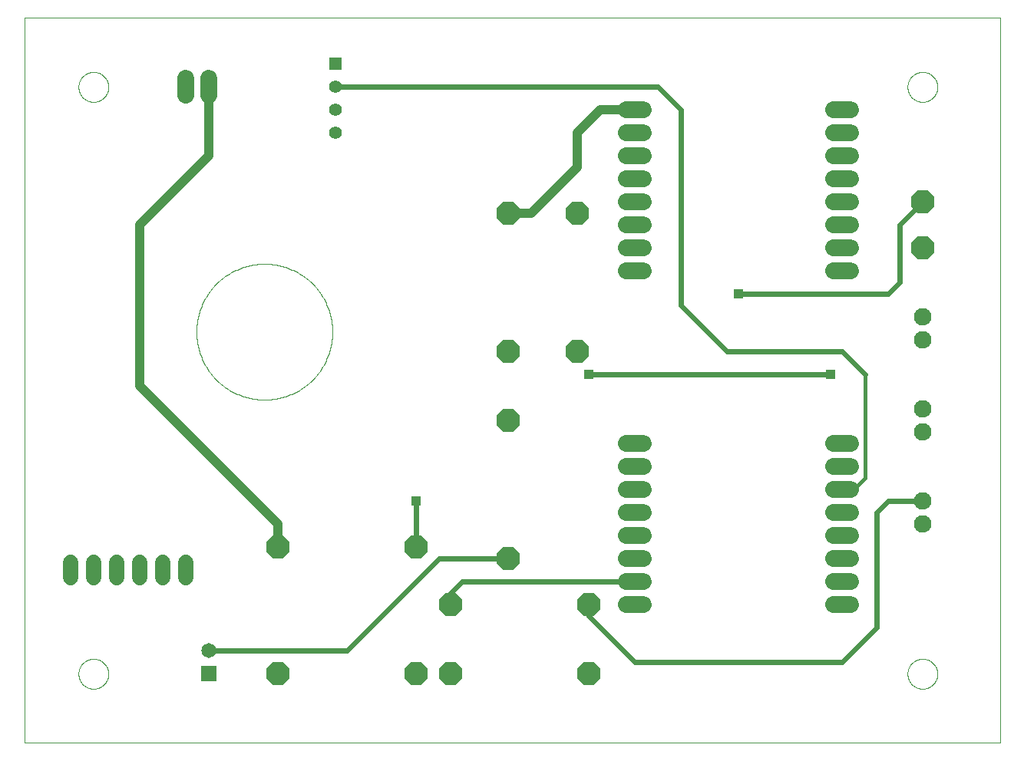
<source format=gtl>
G75*
%MOIN*%
%OFA0B0*%
%FSLAX25Y25*%
%IPPOS*%
%LPD*%
%AMOC8*
5,1,8,0,0,1.08239X$1,22.5*
%
%ADD10C,0.00000*%
%ADD11OC8,0.10000*%
%ADD12R,0.05550X0.05550*%
%ADD13C,0.05550*%
%ADD14C,0.06731*%
%ADD15C,0.07200*%
%ADD16C,0.07600*%
%ADD17C,0.07400*%
%ADD18C,0.06500*%
%ADD19R,0.06500X0.06500*%
%ADD20C,0.02400*%
%ADD21R,0.04362X0.04362*%
%ADD22C,0.04000*%
%ADD23C,0.01600*%
D10*
X0001800Y0001800D02*
X0001800Y0316761D01*
X0425501Y0316761D01*
X0425501Y0001800D01*
X0001800Y0001800D01*
X0025304Y0031800D02*
X0025306Y0031961D01*
X0025312Y0032121D01*
X0025322Y0032282D01*
X0025336Y0032442D01*
X0025354Y0032601D01*
X0025375Y0032761D01*
X0025401Y0032919D01*
X0025431Y0033077D01*
X0025464Y0033234D01*
X0025502Y0033391D01*
X0025543Y0033546D01*
X0025588Y0033700D01*
X0025637Y0033853D01*
X0025690Y0034005D01*
X0025746Y0034155D01*
X0025806Y0034304D01*
X0025870Y0034452D01*
X0025937Y0034598D01*
X0026008Y0034742D01*
X0026083Y0034884D01*
X0026161Y0035025D01*
X0026242Y0035163D01*
X0026327Y0035300D01*
X0026416Y0035434D01*
X0026507Y0035566D01*
X0026602Y0035696D01*
X0026700Y0035823D01*
X0026801Y0035948D01*
X0026905Y0036071D01*
X0027012Y0036190D01*
X0027122Y0036307D01*
X0027235Y0036422D01*
X0027351Y0036533D01*
X0027469Y0036642D01*
X0027590Y0036747D01*
X0027714Y0036850D01*
X0027840Y0036950D01*
X0027969Y0037046D01*
X0028100Y0037139D01*
X0028233Y0037229D01*
X0028368Y0037316D01*
X0028506Y0037399D01*
X0028645Y0037478D01*
X0028787Y0037555D01*
X0028930Y0037628D01*
X0029075Y0037697D01*
X0029222Y0037762D01*
X0029370Y0037824D01*
X0029520Y0037883D01*
X0029671Y0037937D01*
X0029823Y0037988D01*
X0029977Y0038035D01*
X0030132Y0038078D01*
X0030287Y0038117D01*
X0030444Y0038153D01*
X0030602Y0038185D01*
X0030760Y0038212D01*
X0030919Y0038236D01*
X0031078Y0038256D01*
X0031238Y0038272D01*
X0031399Y0038284D01*
X0031559Y0038292D01*
X0031720Y0038296D01*
X0031880Y0038296D01*
X0032041Y0038292D01*
X0032201Y0038284D01*
X0032362Y0038272D01*
X0032522Y0038256D01*
X0032681Y0038236D01*
X0032840Y0038212D01*
X0032998Y0038185D01*
X0033156Y0038153D01*
X0033313Y0038117D01*
X0033468Y0038078D01*
X0033623Y0038035D01*
X0033777Y0037988D01*
X0033929Y0037937D01*
X0034080Y0037883D01*
X0034230Y0037824D01*
X0034378Y0037762D01*
X0034525Y0037697D01*
X0034670Y0037628D01*
X0034813Y0037555D01*
X0034955Y0037478D01*
X0035094Y0037399D01*
X0035232Y0037316D01*
X0035367Y0037229D01*
X0035500Y0037139D01*
X0035631Y0037046D01*
X0035760Y0036950D01*
X0035886Y0036850D01*
X0036010Y0036747D01*
X0036131Y0036642D01*
X0036249Y0036533D01*
X0036365Y0036422D01*
X0036478Y0036307D01*
X0036588Y0036190D01*
X0036695Y0036071D01*
X0036799Y0035948D01*
X0036900Y0035823D01*
X0036998Y0035696D01*
X0037093Y0035566D01*
X0037184Y0035434D01*
X0037273Y0035300D01*
X0037358Y0035163D01*
X0037439Y0035025D01*
X0037517Y0034884D01*
X0037592Y0034742D01*
X0037663Y0034598D01*
X0037730Y0034452D01*
X0037794Y0034304D01*
X0037854Y0034155D01*
X0037910Y0034005D01*
X0037963Y0033853D01*
X0038012Y0033700D01*
X0038057Y0033546D01*
X0038098Y0033391D01*
X0038136Y0033234D01*
X0038169Y0033077D01*
X0038199Y0032919D01*
X0038225Y0032761D01*
X0038246Y0032601D01*
X0038264Y0032442D01*
X0038278Y0032282D01*
X0038288Y0032121D01*
X0038294Y0031961D01*
X0038296Y0031800D01*
X0038294Y0031639D01*
X0038288Y0031479D01*
X0038278Y0031318D01*
X0038264Y0031158D01*
X0038246Y0030999D01*
X0038225Y0030839D01*
X0038199Y0030681D01*
X0038169Y0030523D01*
X0038136Y0030366D01*
X0038098Y0030209D01*
X0038057Y0030054D01*
X0038012Y0029900D01*
X0037963Y0029747D01*
X0037910Y0029595D01*
X0037854Y0029445D01*
X0037794Y0029296D01*
X0037730Y0029148D01*
X0037663Y0029002D01*
X0037592Y0028858D01*
X0037517Y0028716D01*
X0037439Y0028575D01*
X0037358Y0028437D01*
X0037273Y0028300D01*
X0037184Y0028166D01*
X0037093Y0028034D01*
X0036998Y0027904D01*
X0036900Y0027777D01*
X0036799Y0027652D01*
X0036695Y0027529D01*
X0036588Y0027410D01*
X0036478Y0027293D01*
X0036365Y0027178D01*
X0036249Y0027067D01*
X0036131Y0026958D01*
X0036010Y0026853D01*
X0035886Y0026750D01*
X0035760Y0026650D01*
X0035631Y0026554D01*
X0035500Y0026461D01*
X0035367Y0026371D01*
X0035232Y0026284D01*
X0035094Y0026201D01*
X0034955Y0026122D01*
X0034813Y0026045D01*
X0034670Y0025972D01*
X0034525Y0025903D01*
X0034378Y0025838D01*
X0034230Y0025776D01*
X0034080Y0025717D01*
X0033929Y0025663D01*
X0033777Y0025612D01*
X0033623Y0025565D01*
X0033468Y0025522D01*
X0033313Y0025483D01*
X0033156Y0025447D01*
X0032998Y0025415D01*
X0032840Y0025388D01*
X0032681Y0025364D01*
X0032522Y0025344D01*
X0032362Y0025328D01*
X0032201Y0025316D01*
X0032041Y0025308D01*
X0031880Y0025304D01*
X0031720Y0025304D01*
X0031559Y0025308D01*
X0031399Y0025316D01*
X0031238Y0025328D01*
X0031078Y0025344D01*
X0030919Y0025364D01*
X0030760Y0025388D01*
X0030602Y0025415D01*
X0030444Y0025447D01*
X0030287Y0025483D01*
X0030132Y0025522D01*
X0029977Y0025565D01*
X0029823Y0025612D01*
X0029671Y0025663D01*
X0029520Y0025717D01*
X0029370Y0025776D01*
X0029222Y0025838D01*
X0029075Y0025903D01*
X0028930Y0025972D01*
X0028787Y0026045D01*
X0028645Y0026122D01*
X0028506Y0026201D01*
X0028368Y0026284D01*
X0028233Y0026371D01*
X0028100Y0026461D01*
X0027969Y0026554D01*
X0027840Y0026650D01*
X0027714Y0026750D01*
X0027590Y0026853D01*
X0027469Y0026958D01*
X0027351Y0027067D01*
X0027235Y0027178D01*
X0027122Y0027293D01*
X0027012Y0027410D01*
X0026905Y0027529D01*
X0026801Y0027652D01*
X0026700Y0027777D01*
X0026602Y0027904D01*
X0026507Y0028034D01*
X0026416Y0028166D01*
X0026327Y0028300D01*
X0026242Y0028437D01*
X0026161Y0028575D01*
X0026083Y0028716D01*
X0026008Y0028858D01*
X0025937Y0029002D01*
X0025870Y0029148D01*
X0025806Y0029296D01*
X0025746Y0029445D01*
X0025690Y0029595D01*
X0025637Y0029747D01*
X0025588Y0029900D01*
X0025543Y0030054D01*
X0025502Y0030209D01*
X0025464Y0030366D01*
X0025431Y0030523D01*
X0025401Y0030681D01*
X0025375Y0030839D01*
X0025354Y0030999D01*
X0025336Y0031158D01*
X0025322Y0031318D01*
X0025312Y0031479D01*
X0025306Y0031639D01*
X0025304Y0031800D01*
X0076505Y0180416D02*
X0076514Y0181141D01*
X0076541Y0181865D01*
X0076585Y0182588D01*
X0076647Y0183310D01*
X0076727Y0184031D01*
X0076825Y0184749D01*
X0076940Y0185464D01*
X0077072Y0186177D01*
X0077222Y0186886D01*
X0077390Y0187591D01*
X0077575Y0188291D01*
X0077776Y0188988D01*
X0077995Y0189678D01*
X0078231Y0190364D01*
X0078484Y0191043D01*
X0078753Y0191716D01*
X0079038Y0192382D01*
X0079340Y0193041D01*
X0079658Y0193692D01*
X0079992Y0194335D01*
X0080341Y0194970D01*
X0080706Y0195596D01*
X0081086Y0196213D01*
X0081481Y0196821D01*
X0081891Y0197418D01*
X0082316Y0198006D01*
X0082755Y0198583D01*
X0083208Y0199148D01*
X0083674Y0199703D01*
X0084154Y0200246D01*
X0084647Y0200777D01*
X0085154Y0201295D01*
X0085672Y0201802D01*
X0086203Y0202295D01*
X0086746Y0202775D01*
X0087301Y0203241D01*
X0087866Y0203694D01*
X0088443Y0204133D01*
X0089031Y0204558D01*
X0089628Y0204968D01*
X0090236Y0205363D01*
X0090853Y0205743D01*
X0091479Y0206108D01*
X0092114Y0206457D01*
X0092757Y0206791D01*
X0093408Y0207109D01*
X0094067Y0207411D01*
X0094733Y0207696D01*
X0095406Y0207965D01*
X0096085Y0208218D01*
X0096771Y0208454D01*
X0097461Y0208673D01*
X0098158Y0208874D01*
X0098858Y0209059D01*
X0099563Y0209227D01*
X0100272Y0209377D01*
X0100985Y0209509D01*
X0101700Y0209624D01*
X0102418Y0209722D01*
X0103139Y0209802D01*
X0103861Y0209864D01*
X0104584Y0209908D01*
X0105308Y0209935D01*
X0106033Y0209944D01*
X0106758Y0209935D01*
X0107482Y0209908D01*
X0108205Y0209864D01*
X0108927Y0209802D01*
X0109648Y0209722D01*
X0110366Y0209624D01*
X0111081Y0209509D01*
X0111794Y0209377D01*
X0112503Y0209227D01*
X0113208Y0209059D01*
X0113908Y0208874D01*
X0114605Y0208673D01*
X0115295Y0208454D01*
X0115981Y0208218D01*
X0116660Y0207965D01*
X0117333Y0207696D01*
X0117999Y0207411D01*
X0118658Y0207109D01*
X0119309Y0206791D01*
X0119952Y0206457D01*
X0120587Y0206108D01*
X0121213Y0205743D01*
X0121830Y0205363D01*
X0122438Y0204968D01*
X0123035Y0204558D01*
X0123623Y0204133D01*
X0124200Y0203694D01*
X0124765Y0203241D01*
X0125320Y0202775D01*
X0125863Y0202295D01*
X0126394Y0201802D01*
X0126912Y0201295D01*
X0127419Y0200777D01*
X0127912Y0200246D01*
X0128392Y0199703D01*
X0128858Y0199148D01*
X0129311Y0198583D01*
X0129750Y0198006D01*
X0130175Y0197418D01*
X0130585Y0196821D01*
X0130980Y0196213D01*
X0131360Y0195596D01*
X0131725Y0194970D01*
X0132074Y0194335D01*
X0132408Y0193692D01*
X0132726Y0193041D01*
X0133028Y0192382D01*
X0133313Y0191716D01*
X0133582Y0191043D01*
X0133835Y0190364D01*
X0134071Y0189678D01*
X0134290Y0188988D01*
X0134491Y0188291D01*
X0134676Y0187591D01*
X0134844Y0186886D01*
X0134994Y0186177D01*
X0135126Y0185464D01*
X0135241Y0184749D01*
X0135339Y0184031D01*
X0135419Y0183310D01*
X0135481Y0182588D01*
X0135525Y0181865D01*
X0135552Y0181141D01*
X0135561Y0180416D01*
X0135552Y0179691D01*
X0135525Y0178967D01*
X0135481Y0178244D01*
X0135419Y0177522D01*
X0135339Y0176801D01*
X0135241Y0176083D01*
X0135126Y0175368D01*
X0134994Y0174655D01*
X0134844Y0173946D01*
X0134676Y0173241D01*
X0134491Y0172541D01*
X0134290Y0171844D01*
X0134071Y0171154D01*
X0133835Y0170468D01*
X0133582Y0169789D01*
X0133313Y0169116D01*
X0133028Y0168450D01*
X0132726Y0167791D01*
X0132408Y0167140D01*
X0132074Y0166497D01*
X0131725Y0165862D01*
X0131360Y0165236D01*
X0130980Y0164619D01*
X0130585Y0164011D01*
X0130175Y0163414D01*
X0129750Y0162826D01*
X0129311Y0162249D01*
X0128858Y0161684D01*
X0128392Y0161129D01*
X0127912Y0160586D01*
X0127419Y0160055D01*
X0126912Y0159537D01*
X0126394Y0159030D01*
X0125863Y0158537D01*
X0125320Y0158057D01*
X0124765Y0157591D01*
X0124200Y0157138D01*
X0123623Y0156699D01*
X0123035Y0156274D01*
X0122438Y0155864D01*
X0121830Y0155469D01*
X0121213Y0155089D01*
X0120587Y0154724D01*
X0119952Y0154375D01*
X0119309Y0154041D01*
X0118658Y0153723D01*
X0117999Y0153421D01*
X0117333Y0153136D01*
X0116660Y0152867D01*
X0115981Y0152614D01*
X0115295Y0152378D01*
X0114605Y0152159D01*
X0113908Y0151958D01*
X0113208Y0151773D01*
X0112503Y0151605D01*
X0111794Y0151455D01*
X0111081Y0151323D01*
X0110366Y0151208D01*
X0109648Y0151110D01*
X0108927Y0151030D01*
X0108205Y0150968D01*
X0107482Y0150924D01*
X0106758Y0150897D01*
X0106033Y0150888D01*
X0105308Y0150897D01*
X0104584Y0150924D01*
X0103861Y0150968D01*
X0103139Y0151030D01*
X0102418Y0151110D01*
X0101700Y0151208D01*
X0100985Y0151323D01*
X0100272Y0151455D01*
X0099563Y0151605D01*
X0098858Y0151773D01*
X0098158Y0151958D01*
X0097461Y0152159D01*
X0096771Y0152378D01*
X0096085Y0152614D01*
X0095406Y0152867D01*
X0094733Y0153136D01*
X0094067Y0153421D01*
X0093408Y0153723D01*
X0092757Y0154041D01*
X0092114Y0154375D01*
X0091479Y0154724D01*
X0090853Y0155089D01*
X0090236Y0155469D01*
X0089628Y0155864D01*
X0089031Y0156274D01*
X0088443Y0156699D01*
X0087866Y0157138D01*
X0087301Y0157591D01*
X0086746Y0158057D01*
X0086203Y0158537D01*
X0085672Y0159030D01*
X0085154Y0159537D01*
X0084647Y0160055D01*
X0084154Y0160586D01*
X0083674Y0161129D01*
X0083208Y0161684D01*
X0082755Y0162249D01*
X0082316Y0162826D01*
X0081891Y0163414D01*
X0081481Y0164011D01*
X0081086Y0164619D01*
X0080706Y0165236D01*
X0080341Y0165862D01*
X0079992Y0166497D01*
X0079658Y0167140D01*
X0079340Y0167791D01*
X0079038Y0168450D01*
X0078753Y0169116D01*
X0078484Y0169789D01*
X0078231Y0170468D01*
X0077995Y0171154D01*
X0077776Y0171844D01*
X0077575Y0172541D01*
X0077390Y0173241D01*
X0077222Y0173946D01*
X0077072Y0174655D01*
X0076940Y0175368D01*
X0076825Y0176083D01*
X0076727Y0176801D01*
X0076647Y0177522D01*
X0076585Y0178244D01*
X0076541Y0178967D01*
X0076514Y0179691D01*
X0076505Y0180416D01*
X0025304Y0286800D02*
X0025306Y0286961D01*
X0025312Y0287121D01*
X0025322Y0287282D01*
X0025336Y0287442D01*
X0025354Y0287601D01*
X0025375Y0287761D01*
X0025401Y0287919D01*
X0025431Y0288077D01*
X0025464Y0288234D01*
X0025502Y0288391D01*
X0025543Y0288546D01*
X0025588Y0288700D01*
X0025637Y0288853D01*
X0025690Y0289005D01*
X0025746Y0289155D01*
X0025806Y0289304D01*
X0025870Y0289452D01*
X0025937Y0289598D01*
X0026008Y0289742D01*
X0026083Y0289884D01*
X0026161Y0290025D01*
X0026242Y0290163D01*
X0026327Y0290300D01*
X0026416Y0290434D01*
X0026507Y0290566D01*
X0026602Y0290696D01*
X0026700Y0290823D01*
X0026801Y0290948D01*
X0026905Y0291071D01*
X0027012Y0291190D01*
X0027122Y0291307D01*
X0027235Y0291422D01*
X0027351Y0291533D01*
X0027469Y0291642D01*
X0027590Y0291747D01*
X0027714Y0291850D01*
X0027840Y0291950D01*
X0027969Y0292046D01*
X0028100Y0292139D01*
X0028233Y0292229D01*
X0028368Y0292316D01*
X0028506Y0292399D01*
X0028645Y0292478D01*
X0028787Y0292555D01*
X0028930Y0292628D01*
X0029075Y0292697D01*
X0029222Y0292762D01*
X0029370Y0292824D01*
X0029520Y0292883D01*
X0029671Y0292937D01*
X0029823Y0292988D01*
X0029977Y0293035D01*
X0030132Y0293078D01*
X0030287Y0293117D01*
X0030444Y0293153D01*
X0030602Y0293185D01*
X0030760Y0293212D01*
X0030919Y0293236D01*
X0031078Y0293256D01*
X0031238Y0293272D01*
X0031399Y0293284D01*
X0031559Y0293292D01*
X0031720Y0293296D01*
X0031880Y0293296D01*
X0032041Y0293292D01*
X0032201Y0293284D01*
X0032362Y0293272D01*
X0032522Y0293256D01*
X0032681Y0293236D01*
X0032840Y0293212D01*
X0032998Y0293185D01*
X0033156Y0293153D01*
X0033313Y0293117D01*
X0033468Y0293078D01*
X0033623Y0293035D01*
X0033777Y0292988D01*
X0033929Y0292937D01*
X0034080Y0292883D01*
X0034230Y0292824D01*
X0034378Y0292762D01*
X0034525Y0292697D01*
X0034670Y0292628D01*
X0034813Y0292555D01*
X0034955Y0292478D01*
X0035094Y0292399D01*
X0035232Y0292316D01*
X0035367Y0292229D01*
X0035500Y0292139D01*
X0035631Y0292046D01*
X0035760Y0291950D01*
X0035886Y0291850D01*
X0036010Y0291747D01*
X0036131Y0291642D01*
X0036249Y0291533D01*
X0036365Y0291422D01*
X0036478Y0291307D01*
X0036588Y0291190D01*
X0036695Y0291071D01*
X0036799Y0290948D01*
X0036900Y0290823D01*
X0036998Y0290696D01*
X0037093Y0290566D01*
X0037184Y0290434D01*
X0037273Y0290300D01*
X0037358Y0290163D01*
X0037439Y0290025D01*
X0037517Y0289884D01*
X0037592Y0289742D01*
X0037663Y0289598D01*
X0037730Y0289452D01*
X0037794Y0289304D01*
X0037854Y0289155D01*
X0037910Y0289005D01*
X0037963Y0288853D01*
X0038012Y0288700D01*
X0038057Y0288546D01*
X0038098Y0288391D01*
X0038136Y0288234D01*
X0038169Y0288077D01*
X0038199Y0287919D01*
X0038225Y0287761D01*
X0038246Y0287601D01*
X0038264Y0287442D01*
X0038278Y0287282D01*
X0038288Y0287121D01*
X0038294Y0286961D01*
X0038296Y0286800D01*
X0038294Y0286639D01*
X0038288Y0286479D01*
X0038278Y0286318D01*
X0038264Y0286158D01*
X0038246Y0285999D01*
X0038225Y0285839D01*
X0038199Y0285681D01*
X0038169Y0285523D01*
X0038136Y0285366D01*
X0038098Y0285209D01*
X0038057Y0285054D01*
X0038012Y0284900D01*
X0037963Y0284747D01*
X0037910Y0284595D01*
X0037854Y0284445D01*
X0037794Y0284296D01*
X0037730Y0284148D01*
X0037663Y0284002D01*
X0037592Y0283858D01*
X0037517Y0283716D01*
X0037439Y0283575D01*
X0037358Y0283437D01*
X0037273Y0283300D01*
X0037184Y0283166D01*
X0037093Y0283034D01*
X0036998Y0282904D01*
X0036900Y0282777D01*
X0036799Y0282652D01*
X0036695Y0282529D01*
X0036588Y0282410D01*
X0036478Y0282293D01*
X0036365Y0282178D01*
X0036249Y0282067D01*
X0036131Y0281958D01*
X0036010Y0281853D01*
X0035886Y0281750D01*
X0035760Y0281650D01*
X0035631Y0281554D01*
X0035500Y0281461D01*
X0035367Y0281371D01*
X0035232Y0281284D01*
X0035094Y0281201D01*
X0034955Y0281122D01*
X0034813Y0281045D01*
X0034670Y0280972D01*
X0034525Y0280903D01*
X0034378Y0280838D01*
X0034230Y0280776D01*
X0034080Y0280717D01*
X0033929Y0280663D01*
X0033777Y0280612D01*
X0033623Y0280565D01*
X0033468Y0280522D01*
X0033313Y0280483D01*
X0033156Y0280447D01*
X0032998Y0280415D01*
X0032840Y0280388D01*
X0032681Y0280364D01*
X0032522Y0280344D01*
X0032362Y0280328D01*
X0032201Y0280316D01*
X0032041Y0280308D01*
X0031880Y0280304D01*
X0031720Y0280304D01*
X0031559Y0280308D01*
X0031399Y0280316D01*
X0031238Y0280328D01*
X0031078Y0280344D01*
X0030919Y0280364D01*
X0030760Y0280388D01*
X0030602Y0280415D01*
X0030444Y0280447D01*
X0030287Y0280483D01*
X0030132Y0280522D01*
X0029977Y0280565D01*
X0029823Y0280612D01*
X0029671Y0280663D01*
X0029520Y0280717D01*
X0029370Y0280776D01*
X0029222Y0280838D01*
X0029075Y0280903D01*
X0028930Y0280972D01*
X0028787Y0281045D01*
X0028645Y0281122D01*
X0028506Y0281201D01*
X0028368Y0281284D01*
X0028233Y0281371D01*
X0028100Y0281461D01*
X0027969Y0281554D01*
X0027840Y0281650D01*
X0027714Y0281750D01*
X0027590Y0281853D01*
X0027469Y0281958D01*
X0027351Y0282067D01*
X0027235Y0282178D01*
X0027122Y0282293D01*
X0027012Y0282410D01*
X0026905Y0282529D01*
X0026801Y0282652D01*
X0026700Y0282777D01*
X0026602Y0282904D01*
X0026507Y0283034D01*
X0026416Y0283166D01*
X0026327Y0283300D01*
X0026242Y0283437D01*
X0026161Y0283575D01*
X0026083Y0283716D01*
X0026008Y0283858D01*
X0025937Y0284002D01*
X0025870Y0284148D01*
X0025806Y0284296D01*
X0025746Y0284445D01*
X0025690Y0284595D01*
X0025637Y0284747D01*
X0025588Y0284900D01*
X0025543Y0285054D01*
X0025502Y0285209D01*
X0025464Y0285366D01*
X0025431Y0285523D01*
X0025401Y0285681D01*
X0025375Y0285839D01*
X0025354Y0285999D01*
X0025336Y0286158D01*
X0025322Y0286318D01*
X0025312Y0286479D01*
X0025306Y0286639D01*
X0025304Y0286800D01*
X0385304Y0286800D02*
X0385306Y0286961D01*
X0385312Y0287121D01*
X0385322Y0287282D01*
X0385336Y0287442D01*
X0385354Y0287601D01*
X0385375Y0287761D01*
X0385401Y0287919D01*
X0385431Y0288077D01*
X0385464Y0288234D01*
X0385502Y0288391D01*
X0385543Y0288546D01*
X0385588Y0288700D01*
X0385637Y0288853D01*
X0385690Y0289005D01*
X0385746Y0289155D01*
X0385806Y0289304D01*
X0385870Y0289452D01*
X0385937Y0289598D01*
X0386008Y0289742D01*
X0386083Y0289884D01*
X0386161Y0290025D01*
X0386242Y0290163D01*
X0386327Y0290300D01*
X0386416Y0290434D01*
X0386507Y0290566D01*
X0386602Y0290696D01*
X0386700Y0290823D01*
X0386801Y0290948D01*
X0386905Y0291071D01*
X0387012Y0291190D01*
X0387122Y0291307D01*
X0387235Y0291422D01*
X0387351Y0291533D01*
X0387469Y0291642D01*
X0387590Y0291747D01*
X0387714Y0291850D01*
X0387840Y0291950D01*
X0387969Y0292046D01*
X0388100Y0292139D01*
X0388233Y0292229D01*
X0388368Y0292316D01*
X0388506Y0292399D01*
X0388645Y0292478D01*
X0388787Y0292555D01*
X0388930Y0292628D01*
X0389075Y0292697D01*
X0389222Y0292762D01*
X0389370Y0292824D01*
X0389520Y0292883D01*
X0389671Y0292937D01*
X0389823Y0292988D01*
X0389977Y0293035D01*
X0390132Y0293078D01*
X0390287Y0293117D01*
X0390444Y0293153D01*
X0390602Y0293185D01*
X0390760Y0293212D01*
X0390919Y0293236D01*
X0391078Y0293256D01*
X0391238Y0293272D01*
X0391399Y0293284D01*
X0391559Y0293292D01*
X0391720Y0293296D01*
X0391880Y0293296D01*
X0392041Y0293292D01*
X0392201Y0293284D01*
X0392362Y0293272D01*
X0392522Y0293256D01*
X0392681Y0293236D01*
X0392840Y0293212D01*
X0392998Y0293185D01*
X0393156Y0293153D01*
X0393313Y0293117D01*
X0393468Y0293078D01*
X0393623Y0293035D01*
X0393777Y0292988D01*
X0393929Y0292937D01*
X0394080Y0292883D01*
X0394230Y0292824D01*
X0394378Y0292762D01*
X0394525Y0292697D01*
X0394670Y0292628D01*
X0394813Y0292555D01*
X0394955Y0292478D01*
X0395094Y0292399D01*
X0395232Y0292316D01*
X0395367Y0292229D01*
X0395500Y0292139D01*
X0395631Y0292046D01*
X0395760Y0291950D01*
X0395886Y0291850D01*
X0396010Y0291747D01*
X0396131Y0291642D01*
X0396249Y0291533D01*
X0396365Y0291422D01*
X0396478Y0291307D01*
X0396588Y0291190D01*
X0396695Y0291071D01*
X0396799Y0290948D01*
X0396900Y0290823D01*
X0396998Y0290696D01*
X0397093Y0290566D01*
X0397184Y0290434D01*
X0397273Y0290300D01*
X0397358Y0290163D01*
X0397439Y0290025D01*
X0397517Y0289884D01*
X0397592Y0289742D01*
X0397663Y0289598D01*
X0397730Y0289452D01*
X0397794Y0289304D01*
X0397854Y0289155D01*
X0397910Y0289005D01*
X0397963Y0288853D01*
X0398012Y0288700D01*
X0398057Y0288546D01*
X0398098Y0288391D01*
X0398136Y0288234D01*
X0398169Y0288077D01*
X0398199Y0287919D01*
X0398225Y0287761D01*
X0398246Y0287601D01*
X0398264Y0287442D01*
X0398278Y0287282D01*
X0398288Y0287121D01*
X0398294Y0286961D01*
X0398296Y0286800D01*
X0398294Y0286639D01*
X0398288Y0286479D01*
X0398278Y0286318D01*
X0398264Y0286158D01*
X0398246Y0285999D01*
X0398225Y0285839D01*
X0398199Y0285681D01*
X0398169Y0285523D01*
X0398136Y0285366D01*
X0398098Y0285209D01*
X0398057Y0285054D01*
X0398012Y0284900D01*
X0397963Y0284747D01*
X0397910Y0284595D01*
X0397854Y0284445D01*
X0397794Y0284296D01*
X0397730Y0284148D01*
X0397663Y0284002D01*
X0397592Y0283858D01*
X0397517Y0283716D01*
X0397439Y0283575D01*
X0397358Y0283437D01*
X0397273Y0283300D01*
X0397184Y0283166D01*
X0397093Y0283034D01*
X0396998Y0282904D01*
X0396900Y0282777D01*
X0396799Y0282652D01*
X0396695Y0282529D01*
X0396588Y0282410D01*
X0396478Y0282293D01*
X0396365Y0282178D01*
X0396249Y0282067D01*
X0396131Y0281958D01*
X0396010Y0281853D01*
X0395886Y0281750D01*
X0395760Y0281650D01*
X0395631Y0281554D01*
X0395500Y0281461D01*
X0395367Y0281371D01*
X0395232Y0281284D01*
X0395094Y0281201D01*
X0394955Y0281122D01*
X0394813Y0281045D01*
X0394670Y0280972D01*
X0394525Y0280903D01*
X0394378Y0280838D01*
X0394230Y0280776D01*
X0394080Y0280717D01*
X0393929Y0280663D01*
X0393777Y0280612D01*
X0393623Y0280565D01*
X0393468Y0280522D01*
X0393313Y0280483D01*
X0393156Y0280447D01*
X0392998Y0280415D01*
X0392840Y0280388D01*
X0392681Y0280364D01*
X0392522Y0280344D01*
X0392362Y0280328D01*
X0392201Y0280316D01*
X0392041Y0280308D01*
X0391880Y0280304D01*
X0391720Y0280304D01*
X0391559Y0280308D01*
X0391399Y0280316D01*
X0391238Y0280328D01*
X0391078Y0280344D01*
X0390919Y0280364D01*
X0390760Y0280388D01*
X0390602Y0280415D01*
X0390444Y0280447D01*
X0390287Y0280483D01*
X0390132Y0280522D01*
X0389977Y0280565D01*
X0389823Y0280612D01*
X0389671Y0280663D01*
X0389520Y0280717D01*
X0389370Y0280776D01*
X0389222Y0280838D01*
X0389075Y0280903D01*
X0388930Y0280972D01*
X0388787Y0281045D01*
X0388645Y0281122D01*
X0388506Y0281201D01*
X0388368Y0281284D01*
X0388233Y0281371D01*
X0388100Y0281461D01*
X0387969Y0281554D01*
X0387840Y0281650D01*
X0387714Y0281750D01*
X0387590Y0281853D01*
X0387469Y0281958D01*
X0387351Y0282067D01*
X0387235Y0282178D01*
X0387122Y0282293D01*
X0387012Y0282410D01*
X0386905Y0282529D01*
X0386801Y0282652D01*
X0386700Y0282777D01*
X0386602Y0282904D01*
X0386507Y0283034D01*
X0386416Y0283166D01*
X0386327Y0283300D01*
X0386242Y0283437D01*
X0386161Y0283575D01*
X0386083Y0283716D01*
X0386008Y0283858D01*
X0385937Y0284002D01*
X0385870Y0284148D01*
X0385806Y0284296D01*
X0385746Y0284445D01*
X0385690Y0284595D01*
X0385637Y0284747D01*
X0385588Y0284900D01*
X0385543Y0285054D01*
X0385502Y0285209D01*
X0385464Y0285366D01*
X0385431Y0285523D01*
X0385401Y0285681D01*
X0385375Y0285839D01*
X0385354Y0285999D01*
X0385336Y0286158D01*
X0385322Y0286318D01*
X0385312Y0286479D01*
X0385306Y0286639D01*
X0385304Y0286800D01*
X0385304Y0031800D02*
X0385306Y0031961D01*
X0385312Y0032121D01*
X0385322Y0032282D01*
X0385336Y0032442D01*
X0385354Y0032601D01*
X0385375Y0032761D01*
X0385401Y0032919D01*
X0385431Y0033077D01*
X0385464Y0033234D01*
X0385502Y0033391D01*
X0385543Y0033546D01*
X0385588Y0033700D01*
X0385637Y0033853D01*
X0385690Y0034005D01*
X0385746Y0034155D01*
X0385806Y0034304D01*
X0385870Y0034452D01*
X0385937Y0034598D01*
X0386008Y0034742D01*
X0386083Y0034884D01*
X0386161Y0035025D01*
X0386242Y0035163D01*
X0386327Y0035300D01*
X0386416Y0035434D01*
X0386507Y0035566D01*
X0386602Y0035696D01*
X0386700Y0035823D01*
X0386801Y0035948D01*
X0386905Y0036071D01*
X0387012Y0036190D01*
X0387122Y0036307D01*
X0387235Y0036422D01*
X0387351Y0036533D01*
X0387469Y0036642D01*
X0387590Y0036747D01*
X0387714Y0036850D01*
X0387840Y0036950D01*
X0387969Y0037046D01*
X0388100Y0037139D01*
X0388233Y0037229D01*
X0388368Y0037316D01*
X0388506Y0037399D01*
X0388645Y0037478D01*
X0388787Y0037555D01*
X0388930Y0037628D01*
X0389075Y0037697D01*
X0389222Y0037762D01*
X0389370Y0037824D01*
X0389520Y0037883D01*
X0389671Y0037937D01*
X0389823Y0037988D01*
X0389977Y0038035D01*
X0390132Y0038078D01*
X0390287Y0038117D01*
X0390444Y0038153D01*
X0390602Y0038185D01*
X0390760Y0038212D01*
X0390919Y0038236D01*
X0391078Y0038256D01*
X0391238Y0038272D01*
X0391399Y0038284D01*
X0391559Y0038292D01*
X0391720Y0038296D01*
X0391880Y0038296D01*
X0392041Y0038292D01*
X0392201Y0038284D01*
X0392362Y0038272D01*
X0392522Y0038256D01*
X0392681Y0038236D01*
X0392840Y0038212D01*
X0392998Y0038185D01*
X0393156Y0038153D01*
X0393313Y0038117D01*
X0393468Y0038078D01*
X0393623Y0038035D01*
X0393777Y0037988D01*
X0393929Y0037937D01*
X0394080Y0037883D01*
X0394230Y0037824D01*
X0394378Y0037762D01*
X0394525Y0037697D01*
X0394670Y0037628D01*
X0394813Y0037555D01*
X0394955Y0037478D01*
X0395094Y0037399D01*
X0395232Y0037316D01*
X0395367Y0037229D01*
X0395500Y0037139D01*
X0395631Y0037046D01*
X0395760Y0036950D01*
X0395886Y0036850D01*
X0396010Y0036747D01*
X0396131Y0036642D01*
X0396249Y0036533D01*
X0396365Y0036422D01*
X0396478Y0036307D01*
X0396588Y0036190D01*
X0396695Y0036071D01*
X0396799Y0035948D01*
X0396900Y0035823D01*
X0396998Y0035696D01*
X0397093Y0035566D01*
X0397184Y0035434D01*
X0397273Y0035300D01*
X0397358Y0035163D01*
X0397439Y0035025D01*
X0397517Y0034884D01*
X0397592Y0034742D01*
X0397663Y0034598D01*
X0397730Y0034452D01*
X0397794Y0034304D01*
X0397854Y0034155D01*
X0397910Y0034005D01*
X0397963Y0033853D01*
X0398012Y0033700D01*
X0398057Y0033546D01*
X0398098Y0033391D01*
X0398136Y0033234D01*
X0398169Y0033077D01*
X0398199Y0032919D01*
X0398225Y0032761D01*
X0398246Y0032601D01*
X0398264Y0032442D01*
X0398278Y0032282D01*
X0398288Y0032121D01*
X0398294Y0031961D01*
X0398296Y0031800D01*
X0398294Y0031639D01*
X0398288Y0031479D01*
X0398278Y0031318D01*
X0398264Y0031158D01*
X0398246Y0030999D01*
X0398225Y0030839D01*
X0398199Y0030681D01*
X0398169Y0030523D01*
X0398136Y0030366D01*
X0398098Y0030209D01*
X0398057Y0030054D01*
X0398012Y0029900D01*
X0397963Y0029747D01*
X0397910Y0029595D01*
X0397854Y0029445D01*
X0397794Y0029296D01*
X0397730Y0029148D01*
X0397663Y0029002D01*
X0397592Y0028858D01*
X0397517Y0028716D01*
X0397439Y0028575D01*
X0397358Y0028437D01*
X0397273Y0028300D01*
X0397184Y0028166D01*
X0397093Y0028034D01*
X0396998Y0027904D01*
X0396900Y0027777D01*
X0396799Y0027652D01*
X0396695Y0027529D01*
X0396588Y0027410D01*
X0396478Y0027293D01*
X0396365Y0027178D01*
X0396249Y0027067D01*
X0396131Y0026958D01*
X0396010Y0026853D01*
X0395886Y0026750D01*
X0395760Y0026650D01*
X0395631Y0026554D01*
X0395500Y0026461D01*
X0395367Y0026371D01*
X0395232Y0026284D01*
X0395094Y0026201D01*
X0394955Y0026122D01*
X0394813Y0026045D01*
X0394670Y0025972D01*
X0394525Y0025903D01*
X0394378Y0025838D01*
X0394230Y0025776D01*
X0394080Y0025717D01*
X0393929Y0025663D01*
X0393777Y0025612D01*
X0393623Y0025565D01*
X0393468Y0025522D01*
X0393313Y0025483D01*
X0393156Y0025447D01*
X0392998Y0025415D01*
X0392840Y0025388D01*
X0392681Y0025364D01*
X0392522Y0025344D01*
X0392362Y0025328D01*
X0392201Y0025316D01*
X0392041Y0025308D01*
X0391880Y0025304D01*
X0391720Y0025304D01*
X0391559Y0025308D01*
X0391399Y0025316D01*
X0391238Y0025328D01*
X0391078Y0025344D01*
X0390919Y0025364D01*
X0390760Y0025388D01*
X0390602Y0025415D01*
X0390444Y0025447D01*
X0390287Y0025483D01*
X0390132Y0025522D01*
X0389977Y0025565D01*
X0389823Y0025612D01*
X0389671Y0025663D01*
X0389520Y0025717D01*
X0389370Y0025776D01*
X0389222Y0025838D01*
X0389075Y0025903D01*
X0388930Y0025972D01*
X0388787Y0026045D01*
X0388645Y0026122D01*
X0388506Y0026201D01*
X0388368Y0026284D01*
X0388233Y0026371D01*
X0388100Y0026461D01*
X0387969Y0026554D01*
X0387840Y0026650D01*
X0387714Y0026750D01*
X0387590Y0026853D01*
X0387469Y0026958D01*
X0387351Y0027067D01*
X0387235Y0027178D01*
X0387122Y0027293D01*
X0387012Y0027410D01*
X0386905Y0027529D01*
X0386801Y0027652D01*
X0386700Y0027777D01*
X0386602Y0027904D01*
X0386507Y0028034D01*
X0386416Y0028166D01*
X0386327Y0028300D01*
X0386242Y0028437D01*
X0386161Y0028575D01*
X0386083Y0028716D01*
X0386008Y0028858D01*
X0385937Y0029002D01*
X0385870Y0029148D01*
X0385806Y0029296D01*
X0385746Y0029445D01*
X0385690Y0029595D01*
X0385637Y0029747D01*
X0385588Y0029900D01*
X0385543Y0030054D01*
X0385502Y0030209D01*
X0385464Y0030366D01*
X0385431Y0030523D01*
X0385401Y0030681D01*
X0385375Y0030839D01*
X0385354Y0030999D01*
X0385336Y0031158D01*
X0385322Y0031318D01*
X0385312Y0031479D01*
X0385306Y0031639D01*
X0385304Y0031800D01*
D11*
X0246800Y0031800D03*
X0246800Y0061800D03*
X0211800Y0081800D03*
X0186800Y0061800D03*
X0171800Y0086800D03*
X0111800Y0086800D03*
X0111800Y0031800D03*
X0171800Y0031800D03*
X0186800Y0031800D03*
X0211800Y0141800D03*
X0211800Y0171800D03*
X0241800Y0171800D03*
X0241800Y0231800D03*
X0211800Y0231800D03*
X0391800Y0236800D03*
X0391800Y0216800D03*
D12*
X0136800Y0296800D03*
D13*
X0136800Y0286800D03*
X0136800Y0276800D03*
X0136800Y0266800D03*
D14*
X0071800Y0080165D02*
X0071800Y0073435D01*
X0061800Y0073435D02*
X0061800Y0080165D01*
X0051800Y0080165D02*
X0051800Y0073435D01*
X0041800Y0073435D02*
X0041800Y0080165D01*
X0031800Y0080165D02*
X0031800Y0073435D01*
X0021800Y0073435D02*
X0021800Y0080165D01*
D15*
X0263200Y0081800D02*
X0270400Y0081800D01*
X0270400Y0071800D02*
X0263200Y0071800D01*
X0263200Y0061800D02*
X0270400Y0061800D01*
X0270400Y0091800D02*
X0263200Y0091800D01*
X0263200Y0101800D02*
X0270400Y0101800D01*
X0270400Y0111800D02*
X0263200Y0111800D01*
X0263200Y0121800D02*
X0270400Y0121800D01*
X0270400Y0131800D02*
X0263200Y0131800D01*
X0353200Y0131800D02*
X0360400Y0131800D01*
X0360400Y0121800D02*
X0353200Y0121800D01*
X0353200Y0111800D02*
X0360400Y0111800D01*
X0360400Y0101800D02*
X0353200Y0101800D01*
X0353200Y0091800D02*
X0360400Y0091800D01*
X0360400Y0081800D02*
X0353200Y0081800D01*
X0353200Y0071800D02*
X0360400Y0071800D01*
X0360400Y0061800D02*
X0353200Y0061800D01*
X0353200Y0206800D02*
X0360400Y0206800D01*
X0360400Y0216800D02*
X0353200Y0216800D01*
X0353200Y0226800D02*
X0360400Y0226800D01*
X0360400Y0236800D02*
X0353200Y0236800D01*
X0353200Y0246800D02*
X0360400Y0246800D01*
X0360400Y0256800D02*
X0353200Y0256800D01*
X0353200Y0266800D02*
X0360400Y0266800D01*
X0360400Y0276800D02*
X0353200Y0276800D01*
X0270400Y0276800D02*
X0263200Y0276800D01*
X0263200Y0266800D02*
X0270400Y0266800D01*
X0270400Y0256800D02*
X0263200Y0256800D01*
X0263200Y0246800D02*
X0270400Y0246800D01*
X0270400Y0236800D02*
X0263200Y0236800D01*
X0263200Y0226800D02*
X0270400Y0226800D01*
X0270400Y0216800D02*
X0263200Y0216800D01*
X0263200Y0206800D02*
X0270400Y0206800D01*
D16*
X0391800Y0186800D03*
X0391800Y0176800D03*
X0391800Y0146800D03*
X0391800Y0136800D03*
X0391800Y0106800D03*
X0391800Y0096800D03*
D17*
X0081800Y0283100D02*
X0081800Y0290500D01*
X0071800Y0290500D02*
X0071800Y0283100D01*
D18*
X0081800Y0041800D03*
D19*
X0081800Y0031800D03*
D20*
X0081800Y0041800D02*
X0141800Y0041800D01*
X0181800Y0081800D01*
X0211800Y0081800D01*
X0191800Y0071800D02*
X0266800Y0071800D01*
X0246800Y0061800D02*
X0246800Y0056800D01*
X0266800Y0036800D01*
X0356800Y0036800D01*
X0371800Y0051800D01*
X0371800Y0101800D01*
X0376800Y0106800D01*
X0391800Y0106800D01*
X0366800Y0161800D02*
X0356800Y0171800D01*
X0306800Y0171800D01*
X0286800Y0191800D01*
X0286800Y0276800D01*
X0276800Y0286800D01*
X0136800Y0286800D01*
X0246800Y0161800D02*
X0351800Y0161800D01*
X0376800Y0196800D02*
X0311800Y0196800D01*
X0376800Y0196800D02*
X0381800Y0201800D01*
X0381800Y0226800D01*
X0391800Y0236800D01*
X0171800Y0106800D02*
X0171800Y0086800D01*
X0186800Y0066800D02*
X0191800Y0071800D01*
X0186800Y0066800D02*
X0186800Y0061800D01*
D21*
X0171800Y0106800D03*
X0246800Y0161800D03*
X0311800Y0196800D03*
X0351800Y0161800D03*
D22*
X0241800Y0251800D02*
X0221800Y0231800D01*
X0211800Y0231800D01*
X0241800Y0251800D02*
X0241800Y0266800D01*
X0251800Y0276800D01*
X0266800Y0276800D01*
X0081800Y0286800D02*
X0081800Y0256800D01*
X0051800Y0226800D01*
X0051800Y0156800D01*
X0111800Y0096800D01*
X0111800Y0086800D01*
D23*
X0356800Y0111800D02*
X0361800Y0111800D01*
X0366800Y0116800D01*
X0366800Y0161800D01*
M02*

</source>
